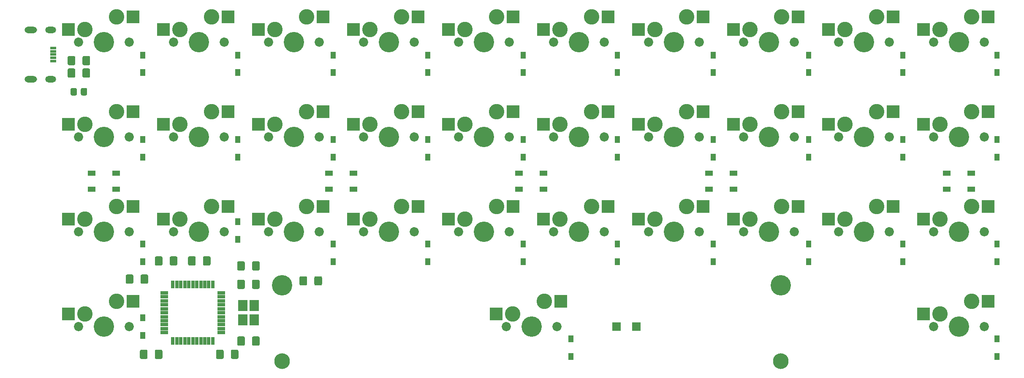
<source format=gbr>
G04 #@! TF.GenerationSoftware,KiCad,Pcbnew,(5.1.6-0-10_14)*
G04 #@! TF.CreationDate,2020-08-01T09:55:55+09:00*
G04 #@! TF.ProjectId,reviung33,72657669-756e-4673-9333-2e6b69636164,1.1.1*
G04 #@! TF.SameCoordinates,Original*
G04 #@! TF.FileFunction,Soldermask,Bot*
G04 #@! TF.FilePolarity,Negative*
%FSLAX46Y46*%
G04 Gerber Fmt 4.6, Leading zero omitted, Abs format (unit mm)*
G04 Created by KiCad (PCBNEW (5.1.6-0-10_14)) date 2020-08-01 09:55:55*
%MOMM*%
%LPD*%
G01*
G04 APERTURE LIST*
%ADD10C,3.100000*%
%ADD11C,4.087800*%
%ADD12C,1.850000*%
%ADD13R,2.650000X2.600000*%
%ADD14C,3.148000*%
%ADD15R,1.050000X1.400000*%
%ADD16R,1.600000X1.100000*%
%ADD17R,0.650000X1.600000*%
%ADD18R,1.600000X0.650000*%
%ADD19R,1.900000X2.200000*%
%ADD20O,2.500000X1.300000*%
%ADD21O,2.200000X1.300000*%
%ADD22R,1.200000X0.500000*%
%ADD23R,1.700000X1.800000*%
G04 APERTURE END LIST*
D10*
X56590000Y-29920000D03*
D11*
X54050000Y-35000000D03*
D10*
X50240000Y-32460000D03*
D12*
X48970000Y-35000000D03*
X59130000Y-35000000D03*
D13*
X46965000Y-32460000D03*
X59892000Y-29920000D03*
D11*
X70760100Y-83895000D03*
X170759900Y-83895000D03*
D14*
X70760100Y-99135000D03*
X170759900Y-99135000D03*
D13*
X126602000Y-87070000D03*
X113675000Y-89610000D03*
D12*
X125840000Y-92150000D03*
X115680000Y-92150000D03*
D10*
X116950000Y-89610000D03*
D11*
X120760000Y-92150000D03*
D10*
X123300000Y-87070000D03*
D13*
X97992000Y-48970000D03*
X85065000Y-51510000D03*
D12*
X97230000Y-54050000D03*
X87070000Y-54050000D03*
D10*
X88340000Y-51510000D03*
D11*
X92150000Y-54050000D03*
D10*
X94690000Y-48970000D03*
X37540000Y-87070000D03*
D11*
X35000000Y-92150000D03*
D10*
X31190000Y-89610000D03*
D12*
X29920000Y-92150000D03*
X40080000Y-92150000D03*
D13*
X27915000Y-89610000D03*
X40842000Y-87070000D03*
G36*
G01*
X57500000Y-98407456D02*
X57500000Y-97092544D01*
G75*
G02*
X57767544Y-96825000I267544J0D01*
G01*
X58757456Y-96825000D01*
G75*
G02*
X59025000Y-97092544I0J-267544D01*
G01*
X59025000Y-98407456D01*
G75*
G02*
X58757456Y-98675000I-267544J0D01*
G01*
X57767544Y-98675000D01*
G75*
G02*
X57500000Y-98407456I0J267544D01*
G01*
G37*
G36*
G01*
X60475000Y-98407456D02*
X60475000Y-97092544D01*
G75*
G02*
X60742544Y-96825000I267544J0D01*
G01*
X61732456Y-96825000D01*
G75*
G02*
X62000000Y-97092544I0J-267544D01*
G01*
X62000000Y-98407456D01*
G75*
G02*
X61732456Y-98675000I-267544J0D01*
G01*
X60742544Y-98675000D01*
G75*
G02*
X60475000Y-98407456I0J267544D01*
G01*
G37*
G36*
G01*
X46775000Y-78342544D02*
X46775000Y-79657456D01*
G75*
G02*
X46507456Y-79925000I-267544J0D01*
G01*
X45517544Y-79925000D01*
G75*
G02*
X45250000Y-79657456I0J267544D01*
G01*
X45250000Y-78342544D01*
G75*
G02*
X45517544Y-78075000I267544J0D01*
G01*
X46507456Y-78075000D01*
G75*
G02*
X46775000Y-78342544I0J-267544D01*
G01*
G37*
G36*
G01*
X49750000Y-78342544D02*
X49750000Y-79657456D01*
G75*
G02*
X49482456Y-79925000I-267544J0D01*
G01*
X48492544Y-79925000D01*
G75*
G02*
X48225000Y-79657456I0J267544D01*
G01*
X48225000Y-78342544D01*
G75*
G02*
X48492544Y-78075000I267544J0D01*
G01*
X49482456Y-78075000D01*
G75*
G02*
X49750000Y-78342544I0J-267544D01*
G01*
G37*
G36*
G01*
X53425000Y-78342544D02*
X53425000Y-79657456D01*
G75*
G02*
X53157456Y-79925000I-267544J0D01*
G01*
X52167544Y-79925000D01*
G75*
G02*
X51900000Y-79657456I0J267544D01*
G01*
X51900000Y-78342544D01*
G75*
G02*
X52167544Y-78075000I267544J0D01*
G01*
X53157456Y-78075000D01*
G75*
G02*
X53425000Y-78342544I0J-267544D01*
G01*
G37*
G36*
G01*
X56400000Y-78342544D02*
X56400000Y-79657456D01*
G75*
G02*
X56132456Y-79925000I-267544J0D01*
G01*
X55142544Y-79925000D01*
G75*
G02*
X54875000Y-79657456I0J267544D01*
G01*
X54875000Y-78342544D01*
G75*
G02*
X55142544Y-78075000I267544J0D01*
G01*
X56132456Y-78075000D01*
G75*
G02*
X56400000Y-78342544I0J-267544D01*
G01*
G37*
G36*
G01*
X66250000Y-94442544D02*
X66250000Y-95757456D01*
G75*
G02*
X65982456Y-96025000I-267544J0D01*
G01*
X64992544Y-96025000D01*
G75*
G02*
X64725000Y-95757456I0J267544D01*
G01*
X64725000Y-94442544D01*
G75*
G02*
X64992544Y-94175000I267544J0D01*
G01*
X65982456Y-94175000D01*
G75*
G02*
X66250000Y-94442544I0J-267544D01*
G01*
G37*
G36*
G01*
X63275000Y-94442544D02*
X63275000Y-95757456D01*
G75*
G02*
X63007456Y-96025000I-267544J0D01*
G01*
X62017544Y-96025000D01*
G75*
G02*
X61750000Y-95757456I0J267544D01*
G01*
X61750000Y-94442544D01*
G75*
G02*
X62017544Y-94175000I267544J0D01*
G01*
X63007456Y-94175000D01*
G75*
G02*
X63275000Y-94442544I0J-267544D01*
G01*
G37*
G36*
G01*
X63275000Y-83042544D02*
X63275000Y-84357456D01*
G75*
G02*
X63007456Y-84625000I-267544J0D01*
G01*
X62017544Y-84625000D01*
G75*
G02*
X61750000Y-84357456I0J267544D01*
G01*
X61750000Y-83042544D01*
G75*
G02*
X62017544Y-82775000I267544J0D01*
G01*
X63007456Y-82775000D01*
G75*
G02*
X63275000Y-83042544I0J-267544D01*
G01*
G37*
G36*
G01*
X66250000Y-83042544D02*
X66250000Y-84357456D01*
G75*
G02*
X65982456Y-84625000I-267544J0D01*
G01*
X64992544Y-84625000D01*
G75*
G02*
X64725000Y-84357456I0J267544D01*
G01*
X64725000Y-83042544D01*
G75*
G02*
X64992544Y-82775000I267544J0D01*
G01*
X65982456Y-82775000D01*
G75*
G02*
X66250000Y-83042544I0J-267544D01*
G01*
G37*
D15*
X42800000Y-37625000D03*
X42800000Y-41175000D03*
X61900000Y-37625000D03*
X61900000Y-41175000D03*
X81000000Y-37625000D03*
X81000000Y-41175000D03*
X100000000Y-41175000D03*
X100000000Y-37625000D03*
X119100000Y-41175000D03*
X119100000Y-37625000D03*
X138000000Y-41175000D03*
X138000000Y-37625000D03*
X157200000Y-41175000D03*
X157200000Y-37625000D03*
X176300000Y-41175000D03*
X176300000Y-37625000D03*
X195200000Y-37625000D03*
X195200000Y-41175000D03*
X214100000Y-41175000D03*
X214100000Y-37625000D03*
X42800000Y-54625000D03*
X42800000Y-58175000D03*
X61900000Y-54625000D03*
X61900000Y-58175000D03*
X81000000Y-54625000D03*
X81000000Y-58175000D03*
X100000000Y-58175000D03*
X100000000Y-54625000D03*
X119100000Y-58175000D03*
X119100000Y-54625000D03*
X138000000Y-58175000D03*
X138000000Y-54625000D03*
X157200000Y-54625000D03*
X157200000Y-58175000D03*
X176300000Y-58175000D03*
X176300000Y-54625000D03*
X195200000Y-58175000D03*
X195200000Y-54625000D03*
X214100000Y-58175000D03*
X214100000Y-54625000D03*
X42800000Y-75625000D03*
X42800000Y-79175000D03*
X61900000Y-71100000D03*
X61900000Y-74650000D03*
X81000000Y-75625000D03*
X81000000Y-79175000D03*
X100000000Y-79175000D03*
X100000000Y-75625000D03*
X119100000Y-79175000D03*
X119100000Y-75625000D03*
X138000000Y-79175000D03*
X138000000Y-75625000D03*
X157200000Y-79175000D03*
X157200000Y-75625000D03*
X176300000Y-79175000D03*
X176300000Y-75625000D03*
X195200000Y-75625000D03*
X195200000Y-79175000D03*
X214100000Y-75625000D03*
X214100000Y-79175000D03*
X42800000Y-90375000D03*
X42800000Y-93925000D03*
X128700000Y-94625000D03*
X128700000Y-98175000D03*
X214100000Y-98175000D03*
X214100000Y-94625000D03*
G36*
G01*
X31650000Y-44521738D02*
X31650000Y-45478262D01*
G75*
G02*
X31378262Y-45750000I-271738J0D01*
G01*
X30671738Y-45750000D01*
G75*
G02*
X30400000Y-45478262I0J271738D01*
G01*
X30400000Y-44521738D01*
G75*
G02*
X30671738Y-44250000I271738J0D01*
G01*
X31378262Y-44250000D01*
G75*
G02*
X31650000Y-44521738I0J-271738D01*
G01*
G37*
G36*
G01*
X29600000Y-44521738D02*
X29600000Y-45478262D01*
G75*
G02*
X29328262Y-45750000I-271738J0D01*
G01*
X28621738Y-45750000D01*
G75*
G02*
X28350000Y-45478262I0J271738D01*
G01*
X28350000Y-44521738D01*
G75*
G02*
X28621738Y-44250000I271738J0D01*
G01*
X29328262Y-44250000D01*
G75*
G02*
X29600000Y-44521738I0J-271738D01*
G01*
G37*
G36*
G01*
X32250000Y-38092544D02*
X32250000Y-39407456D01*
G75*
G02*
X31982456Y-39675000I-267544J0D01*
G01*
X30992544Y-39675000D01*
G75*
G02*
X30725000Y-39407456I0J267544D01*
G01*
X30725000Y-38092544D01*
G75*
G02*
X30992544Y-37825000I267544J0D01*
G01*
X31982456Y-37825000D01*
G75*
G02*
X32250000Y-38092544I0J-267544D01*
G01*
G37*
G36*
G01*
X29275000Y-38092544D02*
X29275000Y-39407456D01*
G75*
G02*
X29007456Y-39675000I-267544J0D01*
G01*
X28017544Y-39675000D01*
G75*
G02*
X27750000Y-39407456I0J267544D01*
G01*
X27750000Y-38092544D01*
G75*
G02*
X28017544Y-37825000I267544J0D01*
G01*
X29007456Y-37825000D01*
G75*
G02*
X29275000Y-38092544I0J-267544D01*
G01*
G37*
G36*
G01*
X29275000Y-40592544D02*
X29275000Y-41907456D01*
G75*
G02*
X29007456Y-42175000I-267544J0D01*
G01*
X28017544Y-42175000D01*
G75*
G02*
X27750000Y-41907456I0J267544D01*
G01*
X27750000Y-40592544D01*
G75*
G02*
X28017544Y-40325000I267544J0D01*
G01*
X29007456Y-40325000D01*
G75*
G02*
X29275000Y-40592544I0J-267544D01*
G01*
G37*
G36*
G01*
X32250000Y-40592544D02*
X32250000Y-41907456D01*
G75*
G02*
X31982456Y-42175000I-267544J0D01*
G01*
X30992544Y-42175000D01*
G75*
G02*
X30725000Y-41907456I0J267544D01*
G01*
X30725000Y-40592544D01*
G75*
G02*
X30992544Y-40325000I267544J0D01*
G01*
X31982456Y-40325000D01*
G75*
G02*
X32250000Y-40592544I0J-267544D01*
G01*
G37*
G36*
G01*
X75775000Y-82342544D02*
X75775000Y-83657456D01*
G75*
G02*
X75507456Y-83925000I-267544J0D01*
G01*
X74517544Y-83925000D01*
G75*
G02*
X74250000Y-83657456I0J267544D01*
G01*
X74250000Y-82342544D01*
G75*
G02*
X74517544Y-82075000I267544J0D01*
G01*
X75507456Y-82075000D01*
G75*
G02*
X75775000Y-82342544I0J-267544D01*
G01*
G37*
G36*
G01*
X78750000Y-82342544D02*
X78750000Y-83657456D01*
G75*
G02*
X78482456Y-83925000I-267544J0D01*
G01*
X77492544Y-83925000D01*
G75*
G02*
X77225000Y-83657456I0J267544D01*
G01*
X77225000Y-82342544D01*
G75*
G02*
X77492544Y-82075000I267544J0D01*
G01*
X78482456Y-82075000D01*
G75*
G02*
X78750000Y-82342544I0J-267544D01*
G01*
G37*
G36*
G01*
X42250000Y-98407456D02*
X42250000Y-97092544D01*
G75*
G02*
X42517544Y-96825000I267544J0D01*
G01*
X43507456Y-96825000D01*
G75*
G02*
X43775000Y-97092544I0J-267544D01*
G01*
X43775000Y-98407456D01*
G75*
G02*
X43507456Y-98675000I-267544J0D01*
G01*
X42517544Y-98675000D01*
G75*
G02*
X42250000Y-98407456I0J267544D01*
G01*
G37*
G36*
G01*
X45225000Y-98407456D02*
X45225000Y-97092544D01*
G75*
G02*
X45492544Y-96825000I267544J0D01*
G01*
X46482456Y-96825000D01*
G75*
G02*
X46750000Y-97092544I0J-267544D01*
G01*
X46750000Y-98407456D01*
G75*
G02*
X46482456Y-98675000I-267544J0D01*
G01*
X45492544Y-98675000D01*
G75*
G02*
X45225000Y-98407456I0J267544D01*
G01*
G37*
D10*
X37540000Y-29920000D03*
D11*
X35000000Y-35000000D03*
D10*
X31190000Y-32460000D03*
D12*
X29920000Y-35000000D03*
X40080000Y-35000000D03*
D13*
X27915000Y-32460000D03*
X40842000Y-29920000D03*
D10*
X75640000Y-29920000D03*
D11*
X73100000Y-35000000D03*
D10*
X69290000Y-32460000D03*
D12*
X68020000Y-35000000D03*
X78180000Y-35000000D03*
D13*
X66015000Y-32460000D03*
X78942000Y-29920000D03*
X97992000Y-29920000D03*
X85065000Y-32460000D03*
D12*
X97230000Y-35000000D03*
X87070000Y-35000000D03*
D10*
X88340000Y-32460000D03*
D11*
X92150000Y-35000000D03*
D10*
X94690000Y-29920000D03*
D13*
X117042000Y-29920000D03*
X104115000Y-32460000D03*
D12*
X116280000Y-35000000D03*
X106120000Y-35000000D03*
D10*
X107390000Y-32460000D03*
D11*
X111200000Y-35000000D03*
D10*
X113740000Y-29920000D03*
D13*
X136092000Y-29920000D03*
X123165000Y-32460000D03*
D12*
X135330000Y-35000000D03*
X125170000Y-35000000D03*
D10*
X126440000Y-32460000D03*
D11*
X130250000Y-35000000D03*
D10*
X132790000Y-29920000D03*
D13*
X155142000Y-29920000D03*
X142215000Y-32460000D03*
D12*
X154380000Y-35000000D03*
X144220000Y-35000000D03*
D10*
X145490000Y-32460000D03*
D11*
X149300000Y-35000000D03*
D10*
X151840000Y-29920000D03*
X170890000Y-29920000D03*
D11*
X168350000Y-35000000D03*
D10*
X164540000Y-32460000D03*
D12*
X163270000Y-35000000D03*
X173430000Y-35000000D03*
D13*
X161265000Y-32460000D03*
X174192000Y-29920000D03*
X193242000Y-29920000D03*
X180315000Y-32460000D03*
D12*
X192480000Y-35000000D03*
X182320000Y-35000000D03*
D10*
X183590000Y-32460000D03*
D11*
X187400000Y-35000000D03*
D10*
X189940000Y-29920000D03*
D13*
X212292000Y-29920000D03*
X199365000Y-32460000D03*
D12*
X211530000Y-35000000D03*
X201370000Y-35000000D03*
D10*
X202640000Y-32460000D03*
D11*
X206450000Y-35000000D03*
D10*
X208990000Y-29920000D03*
X37540000Y-48970000D03*
D11*
X35000000Y-54050000D03*
D10*
X31190000Y-51510000D03*
D12*
X29920000Y-54050000D03*
X40080000Y-54050000D03*
D13*
X27915000Y-51510000D03*
X40842000Y-48970000D03*
D10*
X56590000Y-48970000D03*
D11*
X54050000Y-54050000D03*
D10*
X50240000Y-51510000D03*
D12*
X48970000Y-54050000D03*
X59130000Y-54050000D03*
D13*
X46965000Y-51510000D03*
X59892000Y-48970000D03*
D10*
X75640000Y-48970000D03*
D11*
X73100000Y-54050000D03*
D10*
X69290000Y-51510000D03*
D12*
X68020000Y-54050000D03*
X78180000Y-54050000D03*
D13*
X66015000Y-51510000D03*
X78942000Y-48970000D03*
X117042000Y-48970000D03*
X104115000Y-51510000D03*
D12*
X116280000Y-54050000D03*
X106120000Y-54050000D03*
D10*
X107390000Y-51510000D03*
D11*
X111200000Y-54050000D03*
D10*
X113740000Y-48970000D03*
D13*
X136092000Y-48970000D03*
X123165000Y-51510000D03*
D12*
X135330000Y-54050000D03*
X125170000Y-54050000D03*
D10*
X126440000Y-51510000D03*
D11*
X130250000Y-54050000D03*
D10*
X132790000Y-48970000D03*
D13*
X155142000Y-48970000D03*
X142215000Y-51510000D03*
D12*
X154380000Y-54050000D03*
X144220000Y-54050000D03*
D10*
X145490000Y-51510000D03*
D11*
X149300000Y-54050000D03*
D10*
X151840000Y-48970000D03*
D13*
X174192000Y-48970000D03*
X161265000Y-51510000D03*
D12*
X173430000Y-54050000D03*
X163270000Y-54050000D03*
D10*
X164540000Y-51510000D03*
D11*
X168350000Y-54050000D03*
D10*
X170890000Y-48970000D03*
D13*
X193242000Y-48970000D03*
X180315000Y-51510000D03*
D12*
X192480000Y-54050000D03*
X182320000Y-54050000D03*
D10*
X183590000Y-51510000D03*
D11*
X187400000Y-54050000D03*
D10*
X189940000Y-48970000D03*
X208990000Y-48970000D03*
D11*
X206450000Y-54050000D03*
D10*
X202640000Y-51510000D03*
D12*
X201370000Y-54050000D03*
X211530000Y-54050000D03*
D13*
X199365000Y-51510000D03*
X212292000Y-48970000D03*
D10*
X37540000Y-68020000D03*
D11*
X35000000Y-73100000D03*
D10*
X31190000Y-70560000D03*
D12*
X29920000Y-73100000D03*
X40080000Y-73100000D03*
D13*
X27915000Y-70560000D03*
X40842000Y-68020000D03*
D10*
X56590000Y-68020000D03*
D11*
X54050000Y-73100000D03*
D10*
X50240000Y-70560000D03*
D12*
X48970000Y-73100000D03*
X59130000Y-73100000D03*
D13*
X46965000Y-70560000D03*
X59892000Y-68020000D03*
D10*
X75640000Y-68020000D03*
D11*
X73100000Y-73100000D03*
D10*
X69290000Y-70560000D03*
D12*
X68020000Y-73100000D03*
X78180000Y-73100000D03*
D13*
X66015000Y-70560000D03*
X78942000Y-68020000D03*
X97992000Y-68020000D03*
X85065000Y-70560000D03*
D12*
X97230000Y-73100000D03*
X87070000Y-73100000D03*
D10*
X88340000Y-70560000D03*
D11*
X92150000Y-73100000D03*
D10*
X94690000Y-68020000D03*
X113740000Y-68020000D03*
D11*
X111200000Y-73100000D03*
D10*
X107390000Y-70560000D03*
D12*
X106120000Y-73100000D03*
X116280000Y-73100000D03*
D13*
X104115000Y-70560000D03*
X117042000Y-68020000D03*
X136092000Y-68020000D03*
X123165000Y-70560000D03*
D12*
X135330000Y-73100000D03*
X125170000Y-73100000D03*
D10*
X126440000Y-70560000D03*
D11*
X130250000Y-73100000D03*
D10*
X132790000Y-68020000D03*
D13*
X155142000Y-68020000D03*
X142215000Y-70560000D03*
D12*
X154380000Y-73100000D03*
X144220000Y-73100000D03*
D10*
X145490000Y-70560000D03*
D11*
X149300000Y-73100000D03*
D10*
X151840000Y-68020000D03*
X170890000Y-68020000D03*
D11*
X168350000Y-73100000D03*
D10*
X164540000Y-70560000D03*
D12*
X163270000Y-73100000D03*
X173430000Y-73100000D03*
D13*
X161265000Y-70560000D03*
X174192000Y-68020000D03*
D10*
X189940000Y-68020000D03*
D11*
X187400000Y-73100000D03*
D10*
X183590000Y-70560000D03*
D12*
X182320000Y-73100000D03*
X192480000Y-73100000D03*
D13*
X180315000Y-70560000D03*
X193242000Y-68020000D03*
X212292000Y-68020000D03*
X199365000Y-70560000D03*
D12*
X211530000Y-73100000D03*
X201370000Y-73100000D03*
D10*
X202640000Y-70560000D03*
D11*
X206450000Y-73100000D03*
D10*
X208990000Y-68020000D03*
D13*
X212292000Y-87070000D03*
X199365000Y-89610000D03*
D12*
X211530000Y-92150000D03*
X201370000Y-92150000D03*
D10*
X202640000Y-89610000D03*
D11*
X206450000Y-92150000D03*
D10*
X208990000Y-87070000D03*
D16*
X208900000Y-61400000D03*
X208900000Y-64600000D03*
X204000000Y-61400000D03*
X204000000Y-64600000D03*
X156350000Y-64600000D03*
X156350000Y-61400000D03*
X161250000Y-64600000D03*
X161250000Y-61400000D03*
X123160000Y-61400000D03*
X123160000Y-64600000D03*
X118260000Y-61400000D03*
X118260000Y-64600000D03*
X80150000Y-64600000D03*
X80150000Y-61400000D03*
X85050000Y-64600000D03*
X85050000Y-61400000D03*
X37450000Y-61400000D03*
X37450000Y-64600000D03*
X32550000Y-61400000D03*
X32550000Y-64600000D03*
G36*
G01*
X64725000Y-80657456D02*
X64725000Y-79342544D01*
G75*
G02*
X64992544Y-79075000I267544J0D01*
G01*
X65982456Y-79075000D01*
G75*
G02*
X66250000Y-79342544I0J-267544D01*
G01*
X66250000Y-80657456D01*
G75*
G02*
X65982456Y-80925000I-267544J0D01*
G01*
X64992544Y-80925000D01*
G75*
G02*
X64725000Y-80657456I0J267544D01*
G01*
G37*
G36*
G01*
X61750000Y-80657456D02*
X61750000Y-79342544D01*
G75*
G02*
X62017544Y-79075000I267544J0D01*
G01*
X63007456Y-79075000D01*
G75*
G02*
X63275000Y-79342544I0J-267544D01*
G01*
X63275000Y-80657456D01*
G75*
G02*
X63007456Y-80925000I-267544J0D01*
G01*
X62017544Y-80925000D01*
G75*
G02*
X61750000Y-80657456I0J267544D01*
G01*
G37*
G36*
G01*
X43900000Y-81992544D02*
X43900000Y-83307456D01*
G75*
G02*
X43632456Y-83575000I-267544J0D01*
G01*
X42642544Y-83575000D01*
G75*
G02*
X42375000Y-83307456I0J267544D01*
G01*
X42375000Y-81992544D01*
G75*
G02*
X42642544Y-81725000I267544J0D01*
G01*
X43632456Y-81725000D01*
G75*
G02*
X43900000Y-81992544I0J-267544D01*
G01*
G37*
G36*
G01*
X40925000Y-81992544D02*
X40925000Y-83307456D01*
G75*
G02*
X40657456Y-83575000I-267544J0D01*
G01*
X39667544Y-83575000D01*
G75*
G02*
X39400000Y-83307456I0J267544D01*
G01*
X39400000Y-81992544D01*
G75*
G02*
X39667544Y-81725000I267544J0D01*
G01*
X40657456Y-81725000D01*
G75*
G02*
X40925000Y-81992544I0J-267544D01*
G01*
G37*
D17*
X48850000Y-83700000D03*
X49650000Y-83700000D03*
X50450000Y-83700000D03*
X51250000Y-83700000D03*
X52050000Y-83700000D03*
X52850000Y-83700000D03*
X53650000Y-83700000D03*
X54450000Y-83700000D03*
X55250000Y-83700000D03*
X56050000Y-83700000D03*
X56850000Y-83700000D03*
D18*
X58550000Y-85400000D03*
X58550000Y-86200000D03*
X58550000Y-87000000D03*
X58550000Y-87800000D03*
X58550000Y-88600000D03*
X58550000Y-89400000D03*
X58550000Y-90200000D03*
X58550000Y-91000000D03*
X58550000Y-91800000D03*
X58550000Y-92600000D03*
X58550000Y-93400000D03*
D17*
X56850000Y-95100000D03*
X56050000Y-95100000D03*
X55250000Y-95100000D03*
X54450000Y-95100000D03*
X53650000Y-95100000D03*
X52850000Y-95100000D03*
X52050000Y-95100000D03*
X51250000Y-95100000D03*
X50450000Y-95100000D03*
X49650000Y-95100000D03*
X48850000Y-95100000D03*
D18*
X47150000Y-93400000D03*
X47150000Y-92600000D03*
X47150000Y-91800000D03*
X47150000Y-91000000D03*
X47150000Y-90200000D03*
X47150000Y-89400000D03*
X47150000Y-88600000D03*
X47150000Y-87800000D03*
X47150000Y-87000000D03*
X47150000Y-86200000D03*
X47150000Y-85400000D03*
D19*
X62850000Y-90850000D03*
X62850000Y-87950000D03*
X65150000Y-87950000D03*
X65150000Y-90850000D03*
D20*
X20330000Y-32570000D03*
D21*
X24330000Y-32570000D03*
D22*
X24880000Y-38820000D03*
D20*
X20330000Y-42470000D03*
D21*
X24330000Y-42470000D03*
D22*
X24880000Y-38170000D03*
X24880000Y-37520000D03*
X24880000Y-36870000D03*
X24880000Y-36220000D03*
D23*
X141780000Y-92210000D03*
X137780000Y-92210000D03*
M02*

</source>
